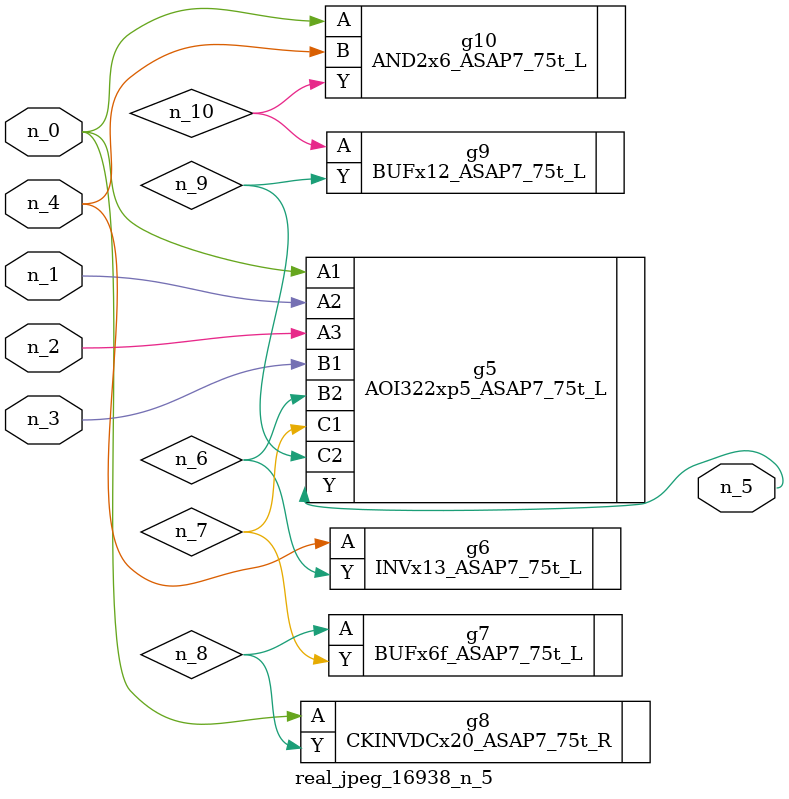
<source format=v>
module real_jpeg_16938_n_5 (n_4, n_0, n_1, n_2, n_3, n_5);

input n_4;
input n_0;
input n_1;
input n_2;
input n_3;

output n_5;

wire n_8;
wire n_6;
wire n_7;
wire n_10;
wire n_9;

AOI322xp5_ASAP7_75t_L g5 ( 
.A1(n_0),
.A2(n_1),
.A3(n_2),
.B1(n_3),
.B2(n_6),
.C1(n_7),
.C2(n_9),
.Y(n_5)
);

CKINVDCx20_ASAP7_75t_R g8 ( 
.A(n_0),
.Y(n_8)
);

AND2x6_ASAP7_75t_L g10 ( 
.A(n_0),
.B(n_4),
.Y(n_10)
);

INVx13_ASAP7_75t_L g6 ( 
.A(n_4),
.Y(n_6)
);

BUFx6f_ASAP7_75t_L g7 ( 
.A(n_8),
.Y(n_7)
);

BUFx12_ASAP7_75t_L g9 ( 
.A(n_10),
.Y(n_9)
);


endmodule
</source>
